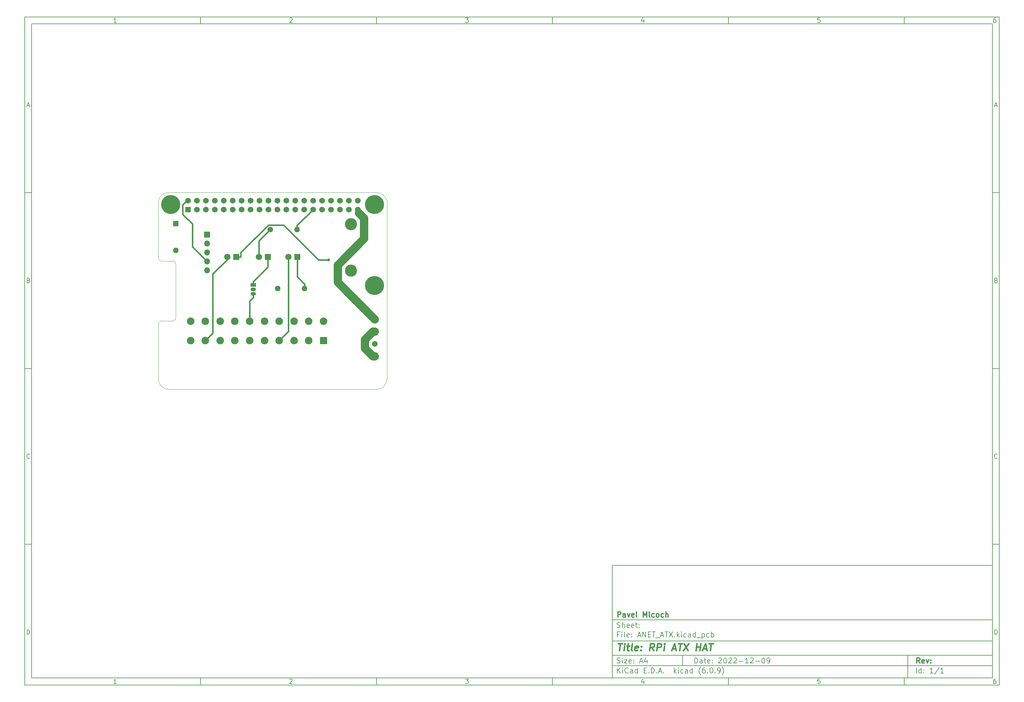
<source format=gbr>
%TF.GenerationSoftware,KiCad,Pcbnew,(6.0.9)*%
%TF.CreationDate,2022-12-14T14:47:33+01:00*%
%TF.ProjectId,ANET_ATX,414e4554-5f41-4545-982e-6b696361645f,rev?*%
%TF.SameCoordinates,Original*%
%TF.FileFunction,Copper,L2,Bot*%
%TF.FilePolarity,Positive*%
%FSLAX46Y46*%
G04 Gerber Fmt 4.6, Leading zero omitted, Abs format (unit mm)*
G04 Created by KiCad (PCBNEW (6.0.9)) date 2022-12-14 14:47:33*
%MOMM*%
%LPD*%
G01*
G04 APERTURE LIST*
%ADD10C,0.100000*%
%ADD11C,0.150000*%
%ADD12C,0.300000*%
%ADD13C,0.400000*%
%TA.AperFunction,Profile*%
%ADD14C,0.100000*%
%TD*%
%TA.AperFunction,ComponentPad*%
%ADD15R,1.600000X1.600000*%
%TD*%
%TA.AperFunction,ComponentPad*%
%ADD16O,1.600000X1.600000*%
%TD*%
%TA.AperFunction,ComponentPad*%
%ADD17C,1.650000*%
%TD*%
%TA.AperFunction,ComponentPad*%
%ADD18R,2.150000X2.150000*%
%TD*%
%TA.AperFunction,ComponentPad*%
%ADD19C,2.150000*%
%TD*%
%TA.AperFunction,ComponentPad*%
%ADD20R,1.700000X1.700000*%
%TD*%
%TA.AperFunction,ComponentPad*%
%ADD21O,1.700000X1.700000*%
%TD*%
%TA.AperFunction,ConnectorPad*%
%ADD22C,5.400000*%
%TD*%
%TA.AperFunction,ComponentPad*%
%ADD23C,3.100000*%
%TD*%
%TA.AperFunction,ComponentPad*%
%ADD24R,1.800000X1.800000*%
%TD*%
%TA.AperFunction,ComponentPad*%
%ADD25C,1.800000*%
%TD*%
%TA.AperFunction,ComponentPad*%
%ADD26C,1.600000*%
%TD*%
%TA.AperFunction,ComponentPad*%
%ADD27C,3.450000*%
%TD*%
%TA.AperFunction,ComponentPad*%
%ADD28R,1.650000X1.650000*%
%TD*%
%TA.AperFunction,ComponentPad*%
%ADD29R,1.500000X1.050000*%
%TD*%
%TA.AperFunction,ComponentPad*%
%ADD30O,1.500000X1.050000*%
%TD*%
%TA.AperFunction,ViaPad*%
%ADD31C,0.800000*%
%TD*%
%TA.AperFunction,Conductor*%
%ADD32C,0.440000*%
%TD*%
%TA.AperFunction,Conductor*%
%ADD33C,2.400000*%
%TD*%
%TA.AperFunction,Conductor*%
%ADD34C,1.649800*%
%TD*%
G04 APERTURE END LIST*
D10*
D11*
X177002200Y-166007200D02*
X177002200Y-198007200D01*
X285002200Y-198007200D01*
X285002200Y-166007200D01*
X177002200Y-166007200D01*
D10*
D11*
X10000000Y-10000000D02*
X10000000Y-200007200D01*
X287002200Y-200007200D01*
X287002200Y-10000000D01*
X10000000Y-10000000D01*
D10*
D11*
X12000000Y-12000000D02*
X12000000Y-198007200D01*
X285002200Y-198007200D01*
X285002200Y-12000000D01*
X12000000Y-12000000D01*
D10*
D11*
X60000000Y-12000000D02*
X60000000Y-10000000D01*
D10*
D11*
X110000000Y-12000000D02*
X110000000Y-10000000D01*
D10*
D11*
X160000000Y-12000000D02*
X160000000Y-10000000D01*
D10*
D11*
X210000000Y-12000000D02*
X210000000Y-10000000D01*
D10*
D11*
X260000000Y-12000000D02*
X260000000Y-10000000D01*
D10*
D11*
X36065476Y-11588095D02*
X35322619Y-11588095D01*
X35694047Y-11588095D02*
X35694047Y-10288095D01*
X35570238Y-10473809D01*
X35446428Y-10597619D01*
X35322619Y-10659523D01*
D10*
D11*
X85322619Y-10411904D02*
X85384523Y-10350000D01*
X85508333Y-10288095D01*
X85817857Y-10288095D01*
X85941666Y-10350000D01*
X86003571Y-10411904D01*
X86065476Y-10535714D01*
X86065476Y-10659523D01*
X86003571Y-10845238D01*
X85260714Y-11588095D01*
X86065476Y-11588095D01*
D10*
D11*
X135260714Y-10288095D02*
X136065476Y-10288095D01*
X135632142Y-10783333D01*
X135817857Y-10783333D01*
X135941666Y-10845238D01*
X136003571Y-10907142D01*
X136065476Y-11030952D01*
X136065476Y-11340476D01*
X136003571Y-11464285D01*
X135941666Y-11526190D01*
X135817857Y-11588095D01*
X135446428Y-11588095D01*
X135322619Y-11526190D01*
X135260714Y-11464285D01*
D10*
D11*
X185941666Y-10721428D02*
X185941666Y-11588095D01*
X185632142Y-10226190D02*
X185322619Y-11154761D01*
X186127380Y-11154761D01*
D10*
D11*
X236003571Y-10288095D02*
X235384523Y-10288095D01*
X235322619Y-10907142D01*
X235384523Y-10845238D01*
X235508333Y-10783333D01*
X235817857Y-10783333D01*
X235941666Y-10845238D01*
X236003571Y-10907142D01*
X236065476Y-11030952D01*
X236065476Y-11340476D01*
X236003571Y-11464285D01*
X235941666Y-11526190D01*
X235817857Y-11588095D01*
X235508333Y-11588095D01*
X235384523Y-11526190D01*
X235322619Y-11464285D01*
D10*
D11*
X285941666Y-10288095D02*
X285694047Y-10288095D01*
X285570238Y-10350000D01*
X285508333Y-10411904D01*
X285384523Y-10597619D01*
X285322619Y-10845238D01*
X285322619Y-11340476D01*
X285384523Y-11464285D01*
X285446428Y-11526190D01*
X285570238Y-11588095D01*
X285817857Y-11588095D01*
X285941666Y-11526190D01*
X286003571Y-11464285D01*
X286065476Y-11340476D01*
X286065476Y-11030952D01*
X286003571Y-10907142D01*
X285941666Y-10845238D01*
X285817857Y-10783333D01*
X285570238Y-10783333D01*
X285446428Y-10845238D01*
X285384523Y-10907142D01*
X285322619Y-11030952D01*
D10*
D11*
X60000000Y-198007200D02*
X60000000Y-200007200D01*
D10*
D11*
X110000000Y-198007200D02*
X110000000Y-200007200D01*
D10*
D11*
X160000000Y-198007200D02*
X160000000Y-200007200D01*
D10*
D11*
X210000000Y-198007200D02*
X210000000Y-200007200D01*
D10*
D11*
X260000000Y-198007200D02*
X260000000Y-200007200D01*
D10*
D11*
X36065476Y-199595295D02*
X35322619Y-199595295D01*
X35694047Y-199595295D02*
X35694047Y-198295295D01*
X35570238Y-198481009D01*
X35446428Y-198604819D01*
X35322619Y-198666723D01*
D10*
D11*
X85322619Y-198419104D02*
X85384523Y-198357200D01*
X85508333Y-198295295D01*
X85817857Y-198295295D01*
X85941666Y-198357200D01*
X86003571Y-198419104D01*
X86065476Y-198542914D01*
X86065476Y-198666723D01*
X86003571Y-198852438D01*
X85260714Y-199595295D01*
X86065476Y-199595295D01*
D10*
D11*
X135260714Y-198295295D02*
X136065476Y-198295295D01*
X135632142Y-198790533D01*
X135817857Y-198790533D01*
X135941666Y-198852438D01*
X136003571Y-198914342D01*
X136065476Y-199038152D01*
X136065476Y-199347676D01*
X136003571Y-199471485D01*
X135941666Y-199533390D01*
X135817857Y-199595295D01*
X135446428Y-199595295D01*
X135322619Y-199533390D01*
X135260714Y-199471485D01*
D10*
D11*
X185941666Y-198728628D02*
X185941666Y-199595295D01*
X185632142Y-198233390D02*
X185322619Y-199161961D01*
X186127380Y-199161961D01*
D10*
D11*
X236003571Y-198295295D02*
X235384523Y-198295295D01*
X235322619Y-198914342D01*
X235384523Y-198852438D01*
X235508333Y-198790533D01*
X235817857Y-198790533D01*
X235941666Y-198852438D01*
X236003571Y-198914342D01*
X236065476Y-199038152D01*
X236065476Y-199347676D01*
X236003571Y-199471485D01*
X235941666Y-199533390D01*
X235817857Y-199595295D01*
X235508333Y-199595295D01*
X235384523Y-199533390D01*
X235322619Y-199471485D01*
D10*
D11*
X285941666Y-198295295D02*
X285694047Y-198295295D01*
X285570238Y-198357200D01*
X285508333Y-198419104D01*
X285384523Y-198604819D01*
X285322619Y-198852438D01*
X285322619Y-199347676D01*
X285384523Y-199471485D01*
X285446428Y-199533390D01*
X285570238Y-199595295D01*
X285817857Y-199595295D01*
X285941666Y-199533390D01*
X286003571Y-199471485D01*
X286065476Y-199347676D01*
X286065476Y-199038152D01*
X286003571Y-198914342D01*
X285941666Y-198852438D01*
X285817857Y-198790533D01*
X285570238Y-198790533D01*
X285446428Y-198852438D01*
X285384523Y-198914342D01*
X285322619Y-199038152D01*
D10*
D11*
X10000000Y-60000000D02*
X12000000Y-60000000D01*
D10*
D11*
X10000000Y-110000000D02*
X12000000Y-110000000D01*
D10*
D11*
X10000000Y-160000000D02*
X12000000Y-160000000D01*
D10*
D11*
X10690476Y-35216666D02*
X11309523Y-35216666D01*
X10566666Y-35588095D02*
X11000000Y-34288095D01*
X11433333Y-35588095D01*
D10*
D11*
X11092857Y-84907142D02*
X11278571Y-84969047D01*
X11340476Y-85030952D01*
X11402380Y-85154761D01*
X11402380Y-85340476D01*
X11340476Y-85464285D01*
X11278571Y-85526190D01*
X11154761Y-85588095D01*
X10659523Y-85588095D01*
X10659523Y-84288095D01*
X11092857Y-84288095D01*
X11216666Y-84350000D01*
X11278571Y-84411904D01*
X11340476Y-84535714D01*
X11340476Y-84659523D01*
X11278571Y-84783333D01*
X11216666Y-84845238D01*
X11092857Y-84907142D01*
X10659523Y-84907142D01*
D10*
D11*
X11402380Y-135464285D02*
X11340476Y-135526190D01*
X11154761Y-135588095D01*
X11030952Y-135588095D01*
X10845238Y-135526190D01*
X10721428Y-135402380D01*
X10659523Y-135278571D01*
X10597619Y-135030952D01*
X10597619Y-134845238D01*
X10659523Y-134597619D01*
X10721428Y-134473809D01*
X10845238Y-134350000D01*
X11030952Y-134288095D01*
X11154761Y-134288095D01*
X11340476Y-134350000D01*
X11402380Y-134411904D01*
D10*
D11*
X10659523Y-185588095D02*
X10659523Y-184288095D01*
X10969047Y-184288095D01*
X11154761Y-184350000D01*
X11278571Y-184473809D01*
X11340476Y-184597619D01*
X11402380Y-184845238D01*
X11402380Y-185030952D01*
X11340476Y-185278571D01*
X11278571Y-185402380D01*
X11154761Y-185526190D01*
X10969047Y-185588095D01*
X10659523Y-185588095D01*
D10*
D11*
X287002200Y-60000000D02*
X285002200Y-60000000D01*
D10*
D11*
X287002200Y-110000000D02*
X285002200Y-110000000D01*
D10*
D11*
X287002200Y-160000000D02*
X285002200Y-160000000D01*
D10*
D11*
X285692676Y-35216666D02*
X286311723Y-35216666D01*
X285568866Y-35588095D02*
X286002200Y-34288095D01*
X286435533Y-35588095D01*
D10*
D11*
X286095057Y-84907142D02*
X286280771Y-84969047D01*
X286342676Y-85030952D01*
X286404580Y-85154761D01*
X286404580Y-85340476D01*
X286342676Y-85464285D01*
X286280771Y-85526190D01*
X286156961Y-85588095D01*
X285661723Y-85588095D01*
X285661723Y-84288095D01*
X286095057Y-84288095D01*
X286218866Y-84350000D01*
X286280771Y-84411904D01*
X286342676Y-84535714D01*
X286342676Y-84659523D01*
X286280771Y-84783333D01*
X286218866Y-84845238D01*
X286095057Y-84907142D01*
X285661723Y-84907142D01*
D10*
D11*
X286404580Y-135464285D02*
X286342676Y-135526190D01*
X286156961Y-135588095D01*
X286033152Y-135588095D01*
X285847438Y-135526190D01*
X285723628Y-135402380D01*
X285661723Y-135278571D01*
X285599819Y-135030952D01*
X285599819Y-134845238D01*
X285661723Y-134597619D01*
X285723628Y-134473809D01*
X285847438Y-134350000D01*
X286033152Y-134288095D01*
X286156961Y-134288095D01*
X286342676Y-134350000D01*
X286404580Y-134411904D01*
D10*
D11*
X285661723Y-185588095D02*
X285661723Y-184288095D01*
X285971247Y-184288095D01*
X286156961Y-184350000D01*
X286280771Y-184473809D01*
X286342676Y-184597619D01*
X286404580Y-184845238D01*
X286404580Y-185030952D01*
X286342676Y-185278571D01*
X286280771Y-185402380D01*
X286156961Y-185526190D01*
X285971247Y-185588095D01*
X285661723Y-185588095D01*
D10*
D11*
X200434342Y-193785771D02*
X200434342Y-192285771D01*
X200791485Y-192285771D01*
X201005771Y-192357200D01*
X201148628Y-192500057D01*
X201220057Y-192642914D01*
X201291485Y-192928628D01*
X201291485Y-193142914D01*
X201220057Y-193428628D01*
X201148628Y-193571485D01*
X201005771Y-193714342D01*
X200791485Y-193785771D01*
X200434342Y-193785771D01*
X202577200Y-193785771D02*
X202577200Y-193000057D01*
X202505771Y-192857200D01*
X202362914Y-192785771D01*
X202077200Y-192785771D01*
X201934342Y-192857200D01*
X202577200Y-193714342D02*
X202434342Y-193785771D01*
X202077200Y-193785771D01*
X201934342Y-193714342D01*
X201862914Y-193571485D01*
X201862914Y-193428628D01*
X201934342Y-193285771D01*
X202077200Y-193214342D01*
X202434342Y-193214342D01*
X202577200Y-193142914D01*
X203077200Y-192785771D02*
X203648628Y-192785771D01*
X203291485Y-192285771D02*
X203291485Y-193571485D01*
X203362914Y-193714342D01*
X203505771Y-193785771D01*
X203648628Y-193785771D01*
X204720057Y-193714342D02*
X204577200Y-193785771D01*
X204291485Y-193785771D01*
X204148628Y-193714342D01*
X204077200Y-193571485D01*
X204077200Y-193000057D01*
X204148628Y-192857200D01*
X204291485Y-192785771D01*
X204577200Y-192785771D01*
X204720057Y-192857200D01*
X204791485Y-193000057D01*
X204791485Y-193142914D01*
X204077200Y-193285771D01*
X205434342Y-193642914D02*
X205505771Y-193714342D01*
X205434342Y-193785771D01*
X205362914Y-193714342D01*
X205434342Y-193642914D01*
X205434342Y-193785771D01*
X205434342Y-192857200D02*
X205505771Y-192928628D01*
X205434342Y-193000057D01*
X205362914Y-192928628D01*
X205434342Y-192857200D01*
X205434342Y-193000057D01*
X207220057Y-192428628D02*
X207291485Y-192357200D01*
X207434342Y-192285771D01*
X207791485Y-192285771D01*
X207934342Y-192357200D01*
X208005771Y-192428628D01*
X208077200Y-192571485D01*
X208077200Y-192714342D01*
X208005771Y-192928628D01*
X207148628Y-193785771D01*
X208077200Y-193785771D01*
X209005771Y-192285771D02*
X209148628Y-192285771D01*
X209291485Y-192357200D01*
X209362914Y-192428628D01*
X209434342Y-192571485D01*
X209505771Y-192857200D01*
X209505771Y-193214342D01*
X209434342Y-193500057D01*
X209362914Y-193642914D01*
X209291485Y-193714342D01*
X209148628Y-193785771D01*
X209005771Y-193785771D01*
X208862914Y-193714342D01*
X208791485Y-193642914D01*
X208720057Y-193500057D01*
X208648628Y-193214342D01*
X208648628Y-192857200D01*
X208720057Y-192571485D01*
X208791485Y-192428628D01*
X208862914Y-192357200D01*
X209005771Y-192285771D01*
X210077200Y-192428628D02*
X210148628Y-192357200D01*
X210291485Y-192285771D01*
X210648628Y-192285771D01*
X210791485Y-192357200D01*
X210862914Y-192428628D01*
X210934342Y-192571485D01*
X210934342Y-192714342D01*
X210862914Y-192928628D01*
X210005771Y-193785771D01*
X210934342Y-193785771D01*
X211505771Y-192428628D02*
X211577200Y-192357200D01*
X211720057Y-192285771D01*
X212077200Y-192285771D01*
X212220057Y-192357200D01*
X212291485Y-192428628D01*
X212362914Y-192571485D01*
X212362914Y-192714342D01*
X212291485Y-192928628D01*
X211434342Y-193785771D01*
X212362914Y-193785771D01*
X213005771Y-193214342D02*
X214148628Y-193214342D01*
X215648628Y-193785771D02*
X214791485Y-193785771D01*
X215220057Y-193785771D02*
X215220057Y-192285771D01*
X215077200Y-192500057D01*
X214934342Y-192642914D01*
X214791485Y-192714342D01*
X216220057Y-192428628D02*
X216291485Y-192357200D01*
X216434342Y-192285771D01*
X216791485Y-192285771D01*
X216934342Y-192357200D01*
X217005771Y-192428628D01*
X217077200Y-192571485D01*
X217077200Y-192714342D01*
X217005771Y-192928628D01*
X216148628Y-193785771D01*
X217077200Y-193785771D01*
X217720057Y-193214342D02*
X218862914Y-193214342D01*
X219862914Y-192285771D02*
X220005771Y-192285771D01*
X220148628Y-192357200D01*
X220220057Y-192428628D01*
X220291485Y-192571485D01*
X220362914Y-192857200D01*
X220362914Y-193214342D01*
X220291485Y-193500057D01*
X220220057Y-193642914D01*
X220148628Y-193714342D01*
X220005771Y-193785771D01*
X219862914Y-193785771D01*
X219720057Y-193714342D01*
X219648628Y-193642914D01*
X219577200Y-193500057D01*
X219505771Y-193214342D01*
X219505771Y-192857200D01*
X219577200Y-192571485D01*
X219648628Y-192428628D01*
X219720057Y-192357200D01*
X219862914Y-192285771D01*
X221077200Y-193785771D02*
X221362914Y-193785771D01*
X221505771Y-193714342D01*
X221577200Y-193642914D01*
X221720057Y-193428628D01*
X221791485Y-193142914D01*
X221791485Y-192571485D01*
X221720057Y-192428628D01*
X221648628Y-192357200D01*
X221505771Y-192285771D01*
X221220057Y-192285771D01*
X221077200Y-192357200D01*
X221005771Y-192428628D01*
X220934342Y-192571485D01*
X220934342Y-192928628D01*
X221005771Y-193071485D01*
X221077200Y-193142914D01*
X221220057Y-193214342D01*
X221505771Y-193214342D01*
X221648628Y-193142914D01*
X221720057Y-193071485D01*
X221791485Y-192928628D01*
D10*
D11*
X177002200Y-194507200D02*
X285002200Y-194507200D01*
D10*
D11*
X178434342Y-196585771D02*
X178434342Y-195085771D01*
X179291485Y-196585771D02*
X178648628Y-195728628D01*
X179291485Y-195085771D02*
X178434342Y-195942914D01*
X179934342Y-196585771D02*
X179934342Y-195585771D01*
X179934342Y-195085771D02*
X179862914Y-195157200D01*
X179934342Y-195228628D01*
X180005771Y-195157200D01*
X179934342Y-195085771D01*
X179934342Y-195228628D01*
X181505771Y-196442914D02*
X181434342Y-196514342D01*
X181220057Y-196585771D01*
X181077200Y-196585771D01*
X180862914Y-196514342D01*
X180720057Y-196371485D01*
X180648628Y-196228628D01*
X180577200Y-195942914D01*
X180577200Y-195728628D01*
X180648628Y-195442914D01*
X180720057Y-195300057D01*
X180862914Y-195157200D01*
X181077200Y-195085771D01*
X181220057Y-195085771D01*
X181434342Y-195157200D01*
X181505771Y-195228628D01*
X182791485Y-196585771D02*
X182791485Y-195800057D01*
X182720057Y-195657200D01*
X182577200Y-195585771D01*
X182291485Y-195585771D01*
X182148628Y-195657200D01*
X182791485Y-196514342D02*
X182648628Y-196585771D01*
X182291485Y-196585771D01*
X182148628Y-196514342D01*
X182077200Y-196371485D01*
X182077200Y-196228628D01*
X182148628Y-196085771D01*
X182291485Y-196014342D01*
X182648628Y-196014342D01*
X182791485Y-195942914D01*
X184148628Y-196585771D02*
X184148628Y-195085771D01*
X184148628Y-196514342D02*
X184005771Y-196585771D01*
X183720057Y-196585771D01*
X183577200Y-196514342D01*
X183505771Y-196442914D01*
X183434342Y-196300057D01*
X183434342Y-195871485D01*
X183505771Y-195728628D01*
X183577200Y-195657200D01*
X183720057Y-195585771D01*
X184005771Y-195585771D01*
X184148628Y-195657200D01*
X186005771Y-195800057D02*
X186505771Y-195800057D01*
X186720057Y-196585771D02*
X186005771Y-196585771D01*
X186005771Y-195085771D01*
X186720057Y-195085771D01*
X187362914Y-196442914D02*
X187434342Y-196514342D01*
X187362914Y-196585771D01*
X187291485Y-196514342D01*
X187362914Y-196442914D01*
X187362914Y-196585771D01*
X188077200Y-196585771D02*
X188077200Y-195085771D01*
X188434342Y-195085771D01*
X188648628Y-195157200D01*
X188791485Y-195300057D01*
X188862914Y-195442914D01*
X188934342Y-195728628D01*
X188934342Y-195942914D01*
X188862914Y-196228628D01*
X188791485Y-196371485D01*
X188648628Y-196514342D01*
X188434342Y-196585771D01*
X188077200Y-196585771D01*
X189577200Y-196442914D02*
X189648628Y-196514342D01*
X189577200Y-196585771D01*
X189505771Y-196514342D01*
X189577200Y-196442914D01*
X189577200Y-196585771D01*
X190220057Y-196157200D02*
X190934342Y-196157200D01*
X190077200Y-196585771D02*
X190577200Y-195085771D01*
X191077200Y-196585771D01*
X191577200Y-196442914D02*
X191648628Y-196514342D01*
X191577200Y-196585771D01*
X191505771Y-196514342D01*
X191577200Y-196442914D01*
X191577200Y-196585771D01*
X194577200Y-196585771D02*
X194577200Y-195085771D01*
X194720057Y-196014342D02*
X195148628Y-196585771D01*
X195148628Y-195585771D02*
X194577200Y-196157200D01*
X195791485Y-196585771D02*
X195791485Y-195585771D01*
X195791485Y-195085771D02*
X195720057Y-195157200D01*
X195791485Y-195228628D01*
X195862914Y-195157200D01*
X195791485Y-195085771D01*
X195791485Y-195228628D01*
X197148628Y-196514342D02*
X197005771Y-196585771D01*
X196720057Y-196585771D01*
X196577200Y-196514342D01*
X196505771Y-196442914D01*
X196434342Y-196300057D01*
X196434342Y-195871485D01*
X196505771Y-195728628D01*
X196577200Y-195657200D01*
X196720057Y-195585771D01*
X197005771Y-195585771D01*
X197148628Y-195657200D01*
X198434342Y-196585771D02*
X198434342Y-195800057D01*
X198362914Y-195657200D01*
X198220057Y-195585771D01*
X197934342Y-195585771D01*
X197791485Y-195657200D01*
X198434342Y-196514342D02*
X198291485Y-196585771D01*
X197934342Y-196585771D01*
X197791485Y-196514342D01*
X197720057Y-196371485D01*
X197720057Y-196228628D01*
X197791485Y-196085771D01*
X197934342Y-196014342D01*
X198291485Y-196014342D01*
X198434342Y-195942914D01*
X199791485Y-196585771D02*
X199791485Y-195085771D01*
X199791485Y-196514342D02*
X199648628Y-196585771D01*
X199362914Y-196585771D01*
X199220057Y-196514342D01*
X199148628Y-196442914D01*
X199077200Y-196300057D01*
X199077200Y-195871485D01*
X199148628Y-195728628D01*
X199220057Y-195657200D01*
X199362914Y-195585771D01*
X199648628Y-195585771D01*
X199791485Y-195657200D01*
X202077200Y-197157200D02*
X202005771Y-197085771D01*
X201862914Y-196871485D01*
X201791485Y-196728628D01*
X201720057Y-196514342D01*
X201648628Y-196157200D01*
X201648628Y-195871485D01*
X201720057Y-195514342D01*
X201791485Y-195300057D01*
X201862914Y-195157200D01*
X202005771Y-194942914D01*
X202077200Y-194871485D01*
X203291485Y-195085771D02*
X203005771Y-195085771D01*
X202862914Y-195157200D01*
X202791485Y-195228628D01*
X202648628Y-195442914D01*
X202577200Y-195728628D01*
X202577200Y-196300057D01*
X202648628Y-196442914D01*
X202720057Y-196514342D01*
X202862914Y-196585771D01*
X203148628Y-196585771D01*
X203291485Y-196514342D01*
X203362914Y-196442914D01*
X203434342Y-196300057D01*
X203434342Y-195942914D01*
X203362914Y-195800057D01*
X203291485Y-195728628D01*
X203148628Y-195657200D01*
X202862914Y-195657200D01*
X202720057Y-195728628D01*
X202648628Y-195800057D01*
X202577200Y-195942914D01*
X204077200Y-196442914D02*
X204148628Y-196514342D01*
X204077200Y-196585771D01*
X204005771Y-196514342D01*
X204077200Y-196442914D01*
X204077200Y-196585771D01*
X205077200Y-195085771D02*
X205220057Y-195085771D01*
X205362914Y-195157200D01*
X205434342Y-195228628D01*
X205505771Y-195371485D01*
X205577200Y-195657200D01*
X205577200Y-196014342D01*
X205505771Y-196300057D01*
X205434342Y-196442914D01*
X205362914Y-196514342D01*
X205220057Y-196585771D01*
X205077200Y-196585771D01*
X204934342Y-196514342D01*
X204862914Y-196442914D01*
X204791485Y-196300057D01*
X204720057Y-196014342D01*
X204720057Y-195657200D01*
X204791485Y-195371485D01*
X204862914Y-195228628D01*
X204934342Y-195157200D01*
X205077200Y-195085771D01*
X206220057Y-196442914D02*
X206291485Y-196514342D01*
X206220057Y-196585771D01*
X206148628Y-196514342D01*
X206220057Y-196442914D01*
X206220057Y-196585771D01*
X207005771Y-196585771D02*
X207291485Y-196585771D01*
X207434342Y-196514342D01*
X207505771Y-196442914D01*
X207648628Y-196228628D01*
X207720057Y-195942914D01*
X207720057Y-195371485D01*
X207648628Y-195228628D01*
X207577200Y-195157200D01*
X207434342Y-195085771D01*
X207148628Y-195085771D01*
X207005771Y-195157200D01*
X206934342Y-195228628D01*
X206862914Y-195371485D01*
X206862914Y-195728628D01*
X206934342Y-195871485D01*
X207005771Y-195942914D01*
X207148628Y-196014342D01*
X207434342Y-196014342D01*
X207577200Y-195942914D01*
X207648628Y-195871485D01*
X207720057Y-195728628D01*
X208220057Y-197157200D02*
X208291485Y-197085771D01*
X208434342Y-196871485D01*
X208505771Y-196728628D01*
X208577200Y-196514342D01*
X208648628Y-196157200D01*
X208648628Y-195871485D01*
X208577200Y-195514342D01*
X208505771Y-195300057D01*
X208434342Y-195157200D01*
X208291485Y-194942914D01*
X208220057Y-194871485D01*
D10*
D11*
X177002200Y-191507200D02*
X285002200Y-191507200D01*
D10*
D12*
X264411485Y-193785771D02*
X263911485Y-193071485D01*
X263554342Y-193785771D02*
X263554342Y-192285771D01*
X264125771Y-192285771D01*
X264268628Y-192357200D01*
X264340057Y-192428628D01*
X264411485Y-192571485D01*
X264411485Y-192785771D01*
X264340057Y-192928628D01*
X264268628Y-193000057D01*
X264125771Y-193071485D01*
X263554342Y-193071485D01*
X265625771Y-193714342D02*
X265482914Y-193785771D01*
X265197200Y-193785771D01*
X265054342Y-193714342D01*
X264982914Y-193571485D01*
X264982914Y-193000057D01*
X265054342Y-192857200D01*
X265197200Y-192785771D01*
X265482914Y-192785771D01*
X265625771Y-192857200D01*
X265697200Y-193000057D01*
X265697200Y-193142914D01*
X264982914Y-193285771D01*
X266197200Y-192785771D02*
X266554342Y-193785771D01*
X266911485Y-192785771D01*
X267482914Y-193642914D02*
X267554342Y-193714342D01*
X267482914Y-193785771D01*
X267411485Y-193714342D01*
X267482914Y-193642914D01*
X267482914Y-193785771D01*
X267482914Y-192857200D02*
X267554342Y-192928628D01*
X267482914Y-193000057D01*
X267411485Y-192928628D01*
X267482914Y-192857200D01*
X267482914Y-193000057D01*
D10*
D11*
X178362914Y-193714342D02*
X178577200Y-193785771D01*
X178934342Y-193785771D01*
X179077200Y-193714342D01*
X179148628Y-193642914D01*
X179220057Y-193500057D01*
X179220057Y-193357200D01*
X179148628Y-193214342D01*
X179077200Y-193142914D01*
X178934342Y-193071485D01*
X178648628Y-193000057D01*
X178505771Y-192928628D01*
X178434342Y-192857200D01*
X178362914Y-192714342D01*
X178362914Y-192571485D01*
X178434342Y-192428628D01*
X178505771Y-192357200D01*
X178648628Y-192285771D01*
X179005771Y-192285771D01*
X179220057Y-192357200D01*
X179862914Y-193785771D02*
X179862914Y-192785771D01*
X179862914Y-192285771D02*
X179791485Y-192357200D01*
X179862914Y-192428628D01*
X179934342Y-192357200D01*
X179862914Y-192285771D01*
X179862914Y-192428628D01*
X180434342Y-192785771D02*
X181220057Y-192785771D01*
X180434342Y-193785771D01*
X181220057Y-193785771D01*
X182362914Y-193714342D02*
X182220057Y-193785771D01*
X181934342Y-193785771D01*
X181791485Y-193714342D01*
X181720057Y-193571485D01*
X181720057Y-193000057D01*
X181791485Y-192857200D01*
X181934342Y-192785771D01*
X182220057Y-192785771D01*
X182362914Y-192857200D01*
X182434342Y-193000057D01*
X182434342Y-193142914D01*
X181720057Y-193285771D01*
X183077200Y-193642914D02*
X183148628Y-193714342D01*
X183077200Y-193785771D01*
X183005771Y-193714342D01*
X183077200Y-193642914D01*
X183077200Y-193785771D01*
X183077200Y-192857200D02*
X183148628Y-192928628D01*
X183077200Y-193000057D01*
X183005771Y-192928628D01*
X183077200Y-192857200D01*
X183077200Y-193000057D01*
X184862914Y-193357200D02*
X185577200Y-193357200D01*
X184720057Y-193785771D02*
X185220057Y-192285771D01*
X185720057Y-193785771D01*
X186862914Y-192785771D02*
X186862914Y-193785771D01*
X186505771Y-192214342D02*
X186148628Y-193285771D01*
X187077200Y-193285771D01*
D10*
D11*
X263434342Y-196585771D02*
X263434342Y-195085771D01*
X264791485Y-196585771D02*
X264791485Y-195085771D01*
X264791485Y-196514342D02*
X264648628Y-196585771D01*
X264362914Y-196585771D01*
X264220057Y-196514342D01*
X264148628Y-196442914D01*
X264077200Y-196300057D01*
X264077200Y-195871485D01*
X264148628Y-195728628D01*
X264220057Y-195657200D01*
X264362914Y-195585771D01*
X264648628Y-195585771D01*
X264791485Y-195657200D01*
X265505771Y-196442914D02*
X265577200Y-196514342D01*
X265505771Y-196585771D01*
X265434342Y-196514342D01*
X265505771Y-196442914D01*
X265505771Y-196585771D01*
X265505771Y-195657200D02*
X265577200Y-195728628D01*
X265505771Y-195800057D01*
X265434342Y-195728628D01*
X265505771Y-195657200D01*
X265505771Y-195800057D01*
X268148628Y-196585771D02*
X267291485Y-196585771D01*
X267720057Y-196585771D02*
X267720057Y-195085771D01*
X267577200Y-195300057D01*
X267434342Y-195442914D01*
X267291485Y-195514342D01*
X269862914Y-195014342D02*
X268577200Y-196942914D01*
X271148628Y-196585771D02*
X270291485Y-196585771D01*
X270720057Y-196585771D02*
X270720057Y-195085771D01*
X270577200Y-195300057D01*
X270434342Y-195442914D01*
X270291485Y-195514342D01*
D10*
D11*
X177002200Y-187507200D02*
X285002200Y-187507200D01*
D10*
D13*
X178714580Y-188211961D02*
X179857438Y-188211961D01*
X179036009Y-190211961D02*
X179286009Y-188211961D01*
X180274104Y-190211961D02*
X180440771Y-188878628D01*
X180524104Y-188211961D02*
X180416961Y-188307200D01*
X180500295Y-188402438D01*
X180607438Y-188307200D01*
X180524104Y-188211961D01*
X180500295Y-188402438D01*
X181107438Y-188878628D02*
X181869342Y-188878628D01*
X181476485Y-188211961D02*
X181262200Y-189926247D01*
X181333628Y-190116723D01*
X181512200Y-190211961D01*
X181702676Y-190211961D01*
X182655057Y-190211961D02*
X182476485Y-190116723D01*
X182405057Y-189926247D01*
X182619342Y-188211961D01*
X184190771Y-190116723D02*
X183988390Y-190211961D01*
X183607438Y-190211961D01*
X183428866Y-190116723D01*
X183357438Y-189926247D01*
X183452676Y-189164342D01*
X183571723Y-188973866D01*
X183774104Y-188878628D01*
X184155057Y-188878628D01*
X184333628Y-188973866D01*
X184405057Y-189164342D01*
X184381247Y-189354819D01*
X183405057Y-189545295D01*
X185155057Y-190021485D02*
X185238390Y-190116723D01*
X185131247Y-190211961D01*
X185047914Y-190116723D01*
X185155057Y-190021485D01*
X185131247Y-190211961D01*
X185286009Y-188973866D02*
X185369342Y-189069104D01*
X185262200Y-189164342D01*
X185178866Y-189069104D01*
X185286009Y-188973866D01*
X185262200Y-189164342D01*
X188750295Y-190211961D02*
X188202676Y-189259580D01*
X187607438Y-190211961D02*
X187857438Y-188211961D01*
X188619342Y-188211961D01*
X188797914Y-188307200D01*
X188881247Y-188402438D01*
X188952676Y-188592914D01*
X188916961Y-188878628D01*
X188797914Y-189069104D01*
X188690771Y-189164342D01*
X188488390Y-189259580D01*
X187726485Y-189259580D01*
X189607438Y-190211961D02*
X189857438Y-188211961D01*
X190619342Y-188211961D01*
X190797914Y-188307200D01*
X190881247Y-188402438D01*
X190952676Y-188592914D01*
X190916961Y-188878628D01*
X190797914Y-189069104D01*
X190690771Y-189164342D01*
X190488390Y-189259580D01*
X189726485Y-189259580D01*
X191607438Y-190211961D02*
X191774104Y-188878628D01*
X191857438Y-188211961D02*
X191750295Y-188307200D01*
X191833628Y-188402438D01*
X191940771Y-188307200D01*
X191857438Y-188211961D01*
X191833628Y-188402438D01*
X194059819Y-189640533D02*
X195012200Y-189640533D01*
X193797914Y-190211961D02*
X194714580Y-188211961D01*
X195131247Y-190211961D01*
X195762200Y-188211961D02*
X196905057Y-188211961D01*
X196083628Y-190211961D02*
X196333628Y-188211961D01*
X197381247Y-188211961D02*
X198464580Y-190211961D01*
X198714580Y-188211961D02*
X197131247Y-190211961D01*
X200750295Y-190211961D02*
X201000295Y-188211961D01*
X200881247Y-189164342D02*
X202024104Y-189164342D01*
X201893152Y-190211961D02*
X202143152Y-188211961D01*
X202821723Y-189640533D02*
X203774104Y-189640533D01*
X202559819Y-190211961D02*
X203476485Y-188211961D01*
X203893152Y-190211961D01*
X204524104Y-188211961D02*
X205666961Y-188211961D01*
X204845533Y-190211961D02*
X205095533Y-188211961D01*
D10*
D11*
X178934342Y-185600057D02*
X178434342Y-185600057D01*
X178434342Y-186385771D02*
X178434342Y-184885771D01*
X179148628Y-184885771D01*
X179720057Y-186385771D02*
X179720057Y-185385771D01*
X179720057Y-184885771D02*
X179648628Y-184957200D01*
X179720057Y-185028628D01*
X179791485Y-184957200D01*
X179720057Y-184885771D01*
X179720057Y-185028628D01*
X180648628Y-186385771D02*
X180505771Y-186314342D01*
X180434342Y-186171485D01*
X180434342Y-184885771D01*
X181791485Y-186314342D02*
X181648628Y-186385771D01*
X181362914Y-186385771D01*
X181220057Y-186314342D01*
X181148628Y-186171485D01*
X181148628Y-185600057D01*
X181220057Y-185457200D01*
X181362914Y-185385771D01*
X181648628Y-185385771D01*
X181791485Y-185457200D01*
X181862914Y-185600057D01*
X181862914Y-185742914D01*
X181148628Y-185885771D01*
X182505771Y-186242914D02*
X182577200Y-186314342D01*
X182505771Y-186385771D01*
X182434342Y-186314342D01*
X182505771Y-186242914D01*
X182505771Y-186385771D01*
X182505771Y-185457200D02*
X182577200Y-185528628D01*
X182505771Y-185600057D01*
X182434342Y-185528628D01*
X182505771Y-185457200D01*
X182505771Y-185600057D01*
X184291485Y-185957200D02*
X185005771Y-185957200D01*
X184148628Y-186385771D02*
X184648628Y-184885771D01*
X185148628Y-186385771D01*
X185648628Y-186385771D02*
X185648628Y-184885771D01*
X186505771Y-186385771D01*
X186505771Y-184885771D01*
X187220057Y-185600057D02*
X187720057Y-185600057D01*
X187934342Y-186385771D02*
X187220057Y-186385771D01*
X187220057Y-184885771D01*
X187934342Y-184885771D01*
X188362914Y-184885771D02*
X189220057Y-184885771D01*
X188791485Y-186385771D02*
X188791485Y-184885771D01*
X189362914Y-186528628D02*
X190505771Y-186528628D01*
X190791485Y-185957200D02*
X191505771Y-185957200D01*
X190648628Y-186385771D02*
X191148628Y-184885771D01*
X191648628Y-186385771D01*
X191934342Y-184885771D02*
X192791485Y-184885771D01*
X192362914Y-186385771D02*
X192362914Y-184885771D01*
X193148628Y-184885771D02*
X194148628Y-186385771D01*
X194148628Y-184885771D02*
X193148628Y-186385771D01*
X194720057Y-186242914D02*
X194791485Y-186314342D01*
X194720057Y-186385771D01*
X194648628Y-186314342D01*
X194720057Y-186242914D01*
X194720057Y-186385771D01*
X195434342Y-186385771D02*
X195434342Y-184885771D01*
X195577200Y-185814342D02*
X196005771Y-186385771D01*
X196005771Y-185385771D02*
X195434342Y-185957200D01*
X196648628Y-186385771D02*
X196648628Y-185385771D01*
X196648628Y-184885771D02*
X196577200Y-184957200D01*
X196648628Y-185028628D01*
X196720057Y-184957200D01*
X196648628Y-184885771D01*
X196648628Y-185028628D01*
X198005771Y-186314342D02*
X197862914Y-186385771D01*
X197577200Y-186385771D01*
X197434342Y-186314342D01*
X197362914Y-186242914D01*
X197291485Y-186100057D01*
X197291485Y-185671485D01*
X197362914Y-185528628D01*
X197434342Y-185457200D01*
X197577200Y-185385771D01*
X197862914Y-185385771D01*
X198005771Y-185457200D01*
X199291485Y-186385771D02*
X199291485Y-185600057D01*
X199220057Y-185457200D01*
X199077200Y-185385771D01*
X198791485Y-185385771D01*
X198648628Y-185457200D01*
X199291485Y-186314342D02*
X199148628Y-186385771D01*
X198791485Y-186385771D01*
X198648628Y-186314342D01*
X198577200Y-186171485D01*
X198577200Y-186028628D01*
X198648628Y-185885771D01*
X198791485Y-185814342D01*
X199148628Y-185814342D01*
X199291485Y-185742914D01*
X200648628Y-186385771D02*
X200648628Y-184885771D01*
X200648628Y-186314342D02*
X200505771Y-186385771D01*
X200220057Y-186385771D01*
X200077200Y-186314342D01*
X200005771Y-186242914D01*
X199934342Y-186100057D01*
X199934342Y-185671485D01*
X200005771Y-185528628D01*
X200077200Y-185457200D01*
X200220057Y-185385771D01*
X200505771Y-185385771D01*
X200648628Y-185457200D01*
X201005771Y-186528628D02*
X202148628Y-186528628D01*
X202505771Y-185385771D02*
X202505771Y-186885771D01*
X202505771Y-185457200D02*
X202648628Y-185385771D01*
X202934342Y-185385771D01*
X203077200Y-185457200D01*
X203148628Y-185528628D01*
X203220057Y-185671485D01*
X203220057Y-186100057D01*
X203148628Y-186242914D01*
X203077200Y-186314342D01*
X202934342Y-186385771D01*
X202648628Y-186385771D01*
X202505771Y-186314342D01*
X204505771Y-186314342D02*
X204362914Y-186385771D01*
X204077200Y-186385771D01*
X203934342Y-186314342D01*
X203862914Y-186242914D01*
X203791485Y-186100057D01*
X203791485Y-185671485D01*
X203862914Y-185528628D01*
X203934342Y-185457200D01*
X204077200Y-185385771D01*
X204362914Y-185385771D01*
X204505771Y-185457200D01*
X205148628Y-186385771D02*
X205148628Y-184885771D01*
X205148628Y-185457200D02*
X205291485Y-185385771D01*
X205577200Y-185385771D01*
X205720057Y-185457200D01*
X205791485Y-185528628D01*
X205862914Y-185671485D01*
X205862914Y-186100057D01*
X205791485Y-186242914D01*
X205720057Y-186314342D01*
X205577200Y-186385771D01*
X205291485Y-186385771D01*
X205148628Y-186314342D01*
D10*
D11*
X177002200Y-181507200D02*
X285002200Y-181507200D01*
D10*
D11*
X178362914Y-183614342D02*
X178577200Y-183685771D01*
X178934342Y-183685771D01*
X179077200Y-183614342D01*
X179148628Y-183542914D01*
X179220057Y-183400057D01*
X179220057Y-183257200D01*
X179148628Y-183114342D01*
X179077200Y-183042914D01*
X178934342Y-182971485D01*
X178648628Y-182900057D01*
X178505771Y-182828628D01*
X178434342Y-182757200D01*
X178362914Y-182614342D01*
X178362914Y-182471485D01*
X178434342Y-182328628D01*
X178505771Y-182257200D01*
X178648628Y-182185771D01*
X179005771Y-182185771D01*
X179220057Y-182257200D01*
X179862914Y-183685771D02*
X179862914Y-182185771D01*
X180505771Y-183685771D02*
X180505771Y-182900057D01*
X180434342Y-182757200D01*
X180291485Y-182685771D01*
X180077200Y-182685771D01*
X179934342Y-182757200D01*
X179862914Y-182828628D01*
X181791485Y-183614342D02*
X181648628Y-183685771D01*
X181362914Y-183685771D01*
X181220057Y-183614342D01*
X181148628Y-183471485D01*
X181148628Y-182900057D01*
X181220057Y-182757200D01*
X181362914Y-182685771D01*
X181648628Y-182685771D01*
X181791485Y-182757200D01*
X181862914Y-182900057D01*
X181862914Y-183042914D01*
X181148628Y-183185771D01*
X183077200Y-183614342D02*
X182934342Y-183685771D01*
X182648628Y-183685771D01*
X182505771Y-183614342D01*
X182434342Y-183471485D01*
X182434342Y-182900057D01*
X182505771Y-182757200D01*
X182648628Y-182685771D01*
X182934342Y-182685771D01*
X183077200Y-182757200D01*
X183148628Y-182900057D01*
X183148628Y-183042914D01*
X182434342Y-183185771D01*
X183577200Y-182685771D02*
X184148628Y-182685771D01*
X183791485Y-182185771D02*
X183791485Y-183471485D01*
X183862914Y-183614342D01*
X184005771Y-183685771D01*
X184148628Y-183685771D01*
X184648628Y-183542914D02*
X184720057Y-183614342D01*
X184648628Y-183685771D01*
X184577200Y-183614342D01*
X184648628Y-183542914D01*
X184648628Y-183685771D01*
X184648628Y-182757200D02*
X184720057Y-182828628D01*
X184648628Y-182900057D01*
X184577200Y-182828628D01*
X184648628Y-182757200D01*
X184648628Y-182900057D01*
D10*
D12*
X178554342Y-180685771D02*
X178554342Y-179185771D01*
X179125771Y-179185771D01*
X179268628Y-179257200D01*
X179340057Y-179328628D01*
X179411485Y-179471485D01*
X179411485Y-179685771D01*
X179340057Y-179828628D01*
X179268628Y-179900057D01*
X179125771Y-179971485D01*
X178554342Y-179971485D01*
X180697200Y-180685771D02*
X180697200Y-179900057D01*
X180625771Y-179757200D01*
X180482914Y-179685771D01*
X180197200Y-179685771D01*
X180054342Y-179757200D01*
X180697200Y-180614342D02*
X180554342Y-180685771D01*
X180197200Y-180685771D01*
X180054342Y-180614342D01*
X179982914Y-180471485D01*
X179982914Y-180328628D01*
X180054342Y-180185771D01*
X180197200Y-180114342D01*
X180554342Y-180114342D01*
X180697200Y-180042914D01*
X181268628Y-179685771D02*
X181625771Y-180685771D01*
X181982914Y-179685771D01*
X183125771Y-180614342D02*
X182982914Y-180685771D01*
X182697200Y-180685771D01*
X182554342Y-180614342D01*
X182482914Y-180471485D01*
X182482914Y-179900057D01*
X182554342Y-179757200D01*
X182697200Y-179685771D01*
X182982914Y-179685771D01*
X183125771Y-179757200D01*
X183197200Y-179900057D01*
X183197200Y-180042914D01*
X182482914Y-180185771D01*
X184054342Y-180685771D02*
X183911485Y-180614342D01*
X183840057Y-180471485D01*
X183840057Y-179185771D01*
X185768628Y-180685771D02*
X185768628Y-179185771D01*
X186268628Y-180257200D01*
X186768628Y-179185771D01*
X186768628Y-180685771D01*
X187697200Y-180685771D02*
X187554342Y-180614342D01*
X187482914Y-180471485D01*
X187482914Y-179185771D01*
X188911485Y-180614342D02*
X188768628Y-180685771D01*
X188482914Y-180685771D01*
X188340057Y-180614342D01*
X188268628Y-180542914D01*
X188197200Y-180400057D01*
X188197200Y-179971485D01*
X188268628Y-179828628D01*
X188340057Y-179757200D01*
X188482914Y-179685771D01*
X188768628Y-179685771D01*
X188911485Y-179757200D01*
X189768628Y-180685771D02*
X189625771Y-180614342D01*
X189554342Y-180542914D01*
X189482914Y-180400057D01*
X189482914Y-179971485D01*
X189554342Y-179828628D01*
X189625771Y-179757200D01*
X189768628Y-179685771D01*
X189982914Y-179685771D01*
X190125771Y-179757200D01*
X190197200Y-179828628D01*
X190268628Y-179971485D01*
X190268628Y-180400057D01*
X190197200Y-180542914D01*
X190125771Y-180614342D01*
X189982914Y-180685771D01*
X189768628Y-180685771D01*
X191554342Y-180614342D02*
X191411485Y-180685771D01*
X191125771Y-180685771D01*
X190982914Y-180614342D01*
X190911485Y-180542914D01*
X190840057Y-180400057D01*
X190840057Y-179971485D01*
X190911485Y-179828628D01*
X190982914Y-179757200D01*
X191125771Y-179685771D01*
X191411485Y-179685771D01*
X191554342Y-179757200D01*
X192197200Y-180685771D02*
X192197200Y-179185771D01*
X192840057Y-180685771D02*
X192840057Y-179900057D01*
X192768628Y-179757200D01*
X192625771Y-179685771D01*
X192411485Y-179685771D01*
X192268628Y-179757200D01*
X192197200Y-179828628D01*
D10*
D11*
D10*
D11*
D10*
D11*
D10*
D11*
D10*
D11*
X197002200Y-191507200D02*
X197002200Y-194507200D01*
D10*
D11*
X261002200Y-191507200D02*
X261002200Y-198007200D01*
D14*
X47975000Y-112925000D02*
G75*
G03*
X50975000Y-115925000I3000000J0D01*
G01*
X50975000Y-59925000D02*
G75*
G03*
X47975000Y-62425000I0J-3050000D01*
G01*
X47975000Y-62425000D02*
X47975000Y-78425000D01*
X52975000Y-80425000D02*
X52975000Y-95425000D01*
X51975000Y-96425000D02*
G75*
G03*
X52975000Y-95425000I0J1000000D01*
G01*
X47975000Y-97425000D02*
X47975000Y-112925000D01*
X52975000Y-80425000D02*
G75*
G03*
X51975000Y-79425000I-1000000J0D01*
G01*
X47975000Y-78425000D02*
G75*
G03*
X48975000Y-79425000I1000000J0D01*
G01*
X48975000Y-96425000D02*
G75*
G03*
X47975000Y-97425000I0J-1000000D01*
G01*
X48975000Y-96425000D02*
X51975000Y-96425000D01*
X48975000Y-79425000D02*
X51975000Y-79425000D01*
X109975000Y-115925000D02*
G75*
G03*
X112975000Y-112925000I0J3000000D01*
G01*
X112975000Y-62425000D02*
X112975000Y-112925000D01*
X112975000Y-62425000D02*
G75*
G03*
X109975000Y-59925000I-3000000J-550000D01*
G01*
X50975000Y-115925000D02*
X109975000Y-115925000D01*
X50975000Y-59925000D02*
X109975000Y-59925000D01*
D15*
%TO.P,BYPASS,1*%
%TO.N,+3.3V*%
X52975000Y-68750000D03*
D16*
%TO.P,BYPASS,2*%
%TO.N,Net-(J2ATX1-Pad16)*%
X52975000Y-76370000D03*
%TD*%
D17*
%TO.P,J4,1,1*%
%TO.N,GND*%
X109525000Y-96000000D03*
%TO.P,J4,2,2*%
%TO.N,12V*%
X109525000Y-99500000D03*
%TD*%
D18*
%TO.P,ATX24P,1,1*%
%TO.N,unconnected-(J2ATX1-Pad1)*%
X94950000Y-102025000D03*
D19*
%TO.P,ATX24P,2,2*%
%TO.N,unconnected-(J2ATX1-Pad2)*%
X90750000Y-102025000D03*
%TO.P,ATX24P,3,3*%
%TO.N,GND*%
X86550000Y-102025000D03*
%TO.P,ATX24P,4,4*%
%TO.N,+5V*%
X82350000Y-102025000D03*
%TO.P,ATX24P,5,5*%
%TO.N,unconnected-(J2ATX1-Pad5)*%
X78150000Y-102025000D03*
%TO.P,ATX24P,6,6*%
%TO.N,unconnected-(J2ATX1-Pad6)*%
X73950000Y-102025000D03*
%TO.P,ATX24P,7,7*%
%TO.N,unconnected-(J2ATX1-Pad7)*%
X69750000Y-102025000D03*
%TO.P,ATX24P,8,8*%
%TO.N,unconnected-(J2ATX1-Pad8)*%
X65550000Y-102025000D03*
%TO.P,ATX24P,9,9*%
%TO.N,Net-(D3POWER1-Pad2)*%
X61350000Y-102025000D03*
%TO.P,ATX24P,10,10*%
%TO.N,12V*%
X57150000Y-102025000D03*
%TO.P,ATX24P,11,11*%
%TO.N,unconnected-(J2ATX1-Pad11)*%
X94950000Y-96525000D03*
%TO.P,ATX24P,12,12*%
%TO.N,unconnected-(J2ATX1-Pad12)*%
X90750000Y-96525000D03*
%TO.P,ATX24P,13,13*%
%TO.N,unconnected-(J2ATX1-Pad13)*%
X86550000Y-96525000D03*
%TO.P,ATX24P,14,14*%
%TO.N,unconnected-(J2ATX1-Pad14)*%
X82350000Y-96525000D03*
%TO.P,ATX24P,15,15*%
%TO.N,unconnected-(J2ATX1-Pad15)*%
X78150000Y-96525000D03*
%TO.P,ATX24P,16,16*%
%TO.N,Net-(J2ATX1-Pad16)*%
X73950000Y-96525000D03*
%TO.P,ATX24P,17,17*%
%TO.N,unconnected-(J2ATX1-Pad17)*%
X69750000Y-96525000D03*
%TO.P,ATX24P,18,18*%
%TO.N,unconnected-(J2ATX1-Pad18)*%
X65550000Y-96525000D03*
%TO.P,ATX24P,19,19*%
%TO.N,unconnected-(J2ATX1-Pad19)*%
X61350000Y-96525000D03*
%TO.P,ATX24P,20,20*%
%TO.N,unconnected-(J2ATX1-Pad20)*%
X57150000Y-96525000D03*
%TD*%
D20*
%TO.P,J1,1,Pin_1*%
%TO.N,GPIO*%
X61800000Y-71950000D03*
D21*
%TO.P,J1,2,Pin_2*%
%TO.N,+3.3V*%
X61800000Y-74490000D03*
%TO.P,J1,3,Pin_3*%
%TO.N,+5V*%
X61800000Y-77030000D03*
%TO.P,J1,4,Pin_4*%
%TO.N,5VSB*%
X61800000Y-79570000D03*
%TO.P,J1,5,Pin_5*%
%TO.N,GND*%
X61800000Y-82110000D03*
%TD*%
D22*
%TO.P,H1,1*%
%TO.N,N/C*%
X109450000Y-63325000D03*
D23*
X109450000Y-63325000D03*
%TD*%
D24*
%TO.P,LED GPIO,1,K*%
%TO.N,Net-(D1GPIO1-Pad1)*%
X79075000Y-78250000D03*
D25*
%TO.P,LED GPIO,2,A*%
%TO.N,Net-(D1GPIO1-Pad2)*%
X76535000Y-78250000D03*
%TD*%
D26*
%TO.P,R2,1*%
%TO.N,Net-(Q1-Pad2)*%
X81940000Y-87225000D03*
D16*
%TO.P,R2,2*%
%TO.N,Net-(D2SWSTART1-Pad1)*%
X89560000Y-87225000D03*
%TD*%
D27*
%TO.P,USB,5,5*%
%TO.N,unconnected-(J3USB1-Pad5)*%
X102725000Y-82120000D03*
%TO.P,USB,6,6*%
%TO.N,unconnected-(J3USB1-Pad6)*%
X102725000Y-68980000D03*
%TD*%
D22*
%TO.P,H3,1*%
%TO.N,N/C*%
X109425000Y-86425000D03*
D23*
%TO.P,H3,3*%
X109425000Y-86425000D03*
%TD*%
D28*
%TO.P,RPI2x20P,1,1*%
%TO.N,unconnected-(J6RPI1-Pad1)*%
X56388000Y-64770000D03*
D17*
%TO.P,RPI2x20P,2,2*%
%TO.N,5VSB*%
X56388000Y-62230000D03*
%TO.P,RPI2x20P,3,3*%
%TO.N,unconnected-(J6RPI1-Pad3)*%
X58928000Y-64770000D03*
%TO.P,RPI2x20P,4,4*%
%TO.N,unconnected-(J6RPI1-Pad4)*%
X58928000Y-62230000D03*
%TO.P,RPI2x20P,5,5*%
%TO.N,unconnected-(J6RPI1-Pad5)*%
X61468000Y-64770000D03*
%TO.P,RPI2x20P,6,6*%
%TO.N,unconnected-(J6RPI1-Pad6)*%
X61468000Y-62230000D03*
%TO.P,RPI2x20P,7,7*%
%TO.N,unconnected-(J6RPI1-Pad7)*%
X64008000Y-64770000D03*
%TO.P,RPI2x20P,8,8*%
%TO.N,unconnected-(J6RPI1-Pad8)*%
X64008000Y-62230000D03*
%TO.P,RPI2x20P,9,9*%
%TO.N,unconnected-(J6RPI1-Pad9)*%
X66548000Y-64770000D03*
%TO.P,RPI2x20P,10,10*%
%TO.N,unconnected-(J6RPI1-Pad10)*%
X66548000Y-62230000D03*
%TO.P,RPI2x20P,11,11*%
%TO.N,unconnected-(J6RPI1-Pad11)*%
X69088000Y-64770000D03*
%TO.P,RPI2x20P,12,12*%
%TO.N,unconnected-(J6RPI1-Pad12)*%
X69088000Y-62230000D03*
%TO.P,RPI2x20P,13,13*%
%TO.N,unconnected-(J6RPI1-Pad13)*%
X71628000Y-64770000D03*
%TO.P,RPI2x20P,14,14*%
%TO.N,unconnected-(J6RPI1-Pad14)*%
X71628000Y-62230000D03*
%TO.P,RPI2x20P,15,15*%
%TO.N,unconnected-(J6RPI1-Pad15)*%
X74168000Y-64770000D03*
%TO.P,RPI2x20P,16,16*%
%TO.N,unconnected-(J6RPI1-Pad16)*%
X74168000Y-62230000D03*
%TO.P,RPI2x20P,17,17*%
%TO.N,unconnected-(J6RPI1-Pad17)*%
X76708000Y-64770000D03*
%TO.P,RPI2x20P,18,18*%
%TO.N,unconnected-(J6RPI1-Pad18)*%
X76708000Y-62230000D03*
%TO.P,RPI2x20P,19,19*%
%TO.N,unconnected-(J6RPI1-Pad19)*%
X79248000Y-64770000D03*
%TO.P,RPI2x20P,20,20*%
%TO.N,unconnected-(J6RPI1-Pad20)*%
X79248000Y-62230000D03*
%TO.P,RPI2x20P,21,21*%
%TO.N,unconnected-(J6RPI1-Pad21)*%
X81788000Y-64770000D03*
%TO.P,RPI2x20P,22,22*%
%TO.N,unconnected-(J6RPI1-Pad22)*%
X81788000Y-62230000D03*
%TO.P,RPI2x20P,23,23*%
%TO.N,unconnected-(J6RPI1-Pad23)*%
X84328000Y-64770000D03*
%TO.P,RPI2x20P,24,24*%
%TO.N,unconnected-(J6RPI1-Pad24)*%
X84328000Y-62230000D03*
%TO.P,RPI2x20P,25,25*%
%TO.N,unconnected-(J6RPI1-Pad25)*%
X86868000Y-64770000D03*
%TO.P,RPI2x20P,26,26*%
%TO.N,unconnected-(J6RPI1-Pad26)*%
X86868000Y-62230000D03*
%TO.P,RPI2x20P,27,27*%
%TO.N,unconnected-(J6RPI1-Pad27)*%
X89408000Y-64770000D03*
%TO.P,RPI2x20P,28,28*%
%TO.N,unconnected-(J6RPI1-Pad28)*%
X89408000Y-62230000D03*
%TO.P,RPI2x20P,29,29*%
%TO.N,GPIO*%
X91948000Y-64770000D03*
%TO.P,RPI2x20P,30,30*%
%TO.N,unconnected-(J6RPI1-Pad30)*%
X91948000Y-62230000D03*
%TO.P,RPI2x20P,31,31*%
%TO.N,unconnected-(J6RPI1-Pad31)*%
X94488000Y-64770000D03*
%TO.P,RPI2x20P,32,32*%
%TO.N,unconnected-(J6RPI1-Pad32)*%
X94488000Y-62230000D03*
%TO.P,RPI2x20P,33,33*%
%TO.N,unconnected-(J6RPI1-Pad33)*%
X97028000Y-64770000D03*
%TO.P,RPI2x20P,34,34*%
%TO.N,unconnected-(J6RPI1-Pad34)*%
X97028000Y-62230000D03*
%TO.P,RPI2x20P,35,35*%
%TO.N,unconnected-(J6RPI1-Pad35)*%
X99568000Y-64770000D03*
%TO.P,RPI2x20P,36,36*%
%TO.N,unconnected-(J6RPI1-Pad36)*%
X99568000Y-62230000D03*
%TO.P,RPI2x20P,37,37*%
%TO.N,unconnected-(J6RPI1-Pad37)*%
X102108000Y-64770000D03*
%TO.P,RPI2x20P,38,38*%
%TO.N,unconnected-(J6RPI1-Pad38)*%
X102108000Y-62230000D03*
%TO.P,RPI2x20P,39,39*%
%TO.N,GND*%
X104648000Y-64770000D03*
%TO.P,RPI2x20P,40,40*%
%TO.N,unconnected-(J6RPI1-Pad40)*%
X104648000Y-62230000D03*
%TD*%
D29*
%TO.P,Q1,1,B*%
%TO.N,Net-(D1GPIO1-Pad1)*%
X74940000Y-86255000D03*
D30*
%TO.P,Q1,2,C*%
%TO.N,Net-(Q1-Pad2)*%
X74940000Y-87525000D03*
%TO.P,Q1,3,E*%
%TO.N,Net-(J2ATX1-Pad16)*%
X74940000Y-88795000D03*
%TD*%
D26*
%TO.P,R1,1*%
%TO.N,Net-(D1GPIO1-Pad2)*%
X79805000Y-70450000D03*
D16*
%TO.P,R1,2*%
%TO.N,GPIO*%
X87425000Y-70450000D03*
%TD*%
D24*
%TO.P,LED SW,1,K*%
%TO.N,Net-(D2SWSTART1-Pad1)*%
X87525000Y-78300000D03*
D25*
%TO.P,LED SW,2,A*%
%TO.N,+5V*%
X84985000Y-78300000D03*
%TD*%
D17*
%TO.P,J5,1,1*%
%TO.N,GND*%
X109525000Y-103025000D03*
%TO.P,J5,2,2*%
%TO.N,12V*%
X109525000Y-106525000D03*
%TD*%
D24*
%TO.P,LED PWR,1,K*%
%TO.N,5VSB*%
X70100000Y-78250000D03*
D25*
%TO.P,LED PWR,2,A*%
%TO.N,Net-(D3POWER1-Pad2)*%
X67560000Y-78250000D03*
%TD*%
D22*
%TO.P,H2,2*%
%TO.N,N/C*%
X51475000Y-63375000D03*
D23*
X51475000Y-63375000D03*
%TD*%
D31*
%TO.N,5VSB*%
X96385600Y-79116500D03*
%TD*%
D32*
%TO.N,Net-(D1GPIO1-Pad1)*%
X74940000Y-86255000D02*
X74940000Y-85289700D01*
X79075000Y-81154700D02*
X79075000Y-78250000D01*
X74940000Y-85289700D02*
X79075000Y-81154700D01*
%TO.N,Net-(D1GPIO1-Pad2)*%
X76535000Y-73720000D02*
X76535000Y-78250000D01*
X79805000Y-70450000D02*
X76535000Y-73720000D01*
%TO.N,Net-(D2SWSTART1-Pad1)*%
X87525000Y-78300000D02*
X87525000Y-83949700D01*
X89560000Y-87225000D02*
X89560000Y-85984700D01*
X87525000Y-83949700D02*
X89560000Y-85984700D01*
%TO.N,+5V*%
X84985000Y-99390000D02*
X82350000Y-102025000D01*
X84985000Y-78300000D02*
X84985000Y-99390000D01*
%TO.N,5VSB*%
X54903000Y-63472000D02*
X56145000Y-62230000D01*
X93529900Y-79116500D02*
X96385600Y-79116500D01*
X57653300Y-75423300D02*
X57653300Y-68878300D01*
X57653300Y-68878300D02*
X54903000Y-66128000D01*
X54903000Y-66128000D02*
X54903000Y-63472000D01*
X61800000Y-79570000D02*
X57653300Y-75423300D01*
X70100000Y-78250000D02*
X71440300Y-78250000D01*
X56145000Y-62230000D02*
X56388000Y-62230000D01*
X71440300Y-78250000D02*
X71440300Y-76993500D01*
X71440300Y-76993500D02*
X79239300Y-69194500D01*
X83607900Y-69194500D02*
X93529900Y-79116500D01*
X79239300Y-69194500D02*
X83607900Y-69194500D01*
%TO.N,Net-(D3POWER1-Pad2)*%
X63450100Y-99924900D02*
X61350000Y-102025000D01*
X67560000Y-78250000D02*
X67560000Y-78995100D01*
X67560000Y-78995100D02*
X63450100Y-83105000D01*
X63450100Y-83105000D02*
X63450100Y-99924900D01*
D33*
%TO.N,12V*%
X106686900Y-101800200D02*
X108987100Y-99500000D01*
X109525000Y-106525000D02*
X108980900Y-106525000D01*
X106686900Y-104231000D02*
X106686900Y-101800200D01*
X108980900Y-106525000D02*
X106686900Y-104231000D01*
X108987100Y-99500000D02*
X109525000Y-99500000D01*
D32*
%TO.N,Net-(J2ATX1-Pad16)*%
X74940000Y-89760300D02*
X73950000Y-90750300D01*
X73950000Y-90750300D02*
X73950000Y-96525000D01*
X74940000Y-88795000D02*
X74940000Y-89760300D01*
D33*
%TO.N,GND*%
X106471600Y-73102400D02*
X106471600Y-67225900D01*
X98968300Y-80605700D02*
X106471600Y-73102400D01*
D34*
X104648000Y-65402300D02*
X104648000Y-64770000D01*
X105059800Y-65814100D02*
X104648000Y-65402300D01*
D33*
X109525000Y-96000000D02*
X98968300Y-85443300D01*
X106471600Y-67225900D02*
X105059800Y-65814100D01*
X98968300Y-85443300D02*
X98968300Y-80605700D01*
D32*
%TO.N,GPIO*%
X87425000Y-69209700D02*
X87508300Y-69209700D01*
X87508300Y-69209700D02*
X91948000Y-64770000D01*
X87425000Y-70450000D02*
X87425000Y-69209700D01*
%TD*%
M02*

</source>
